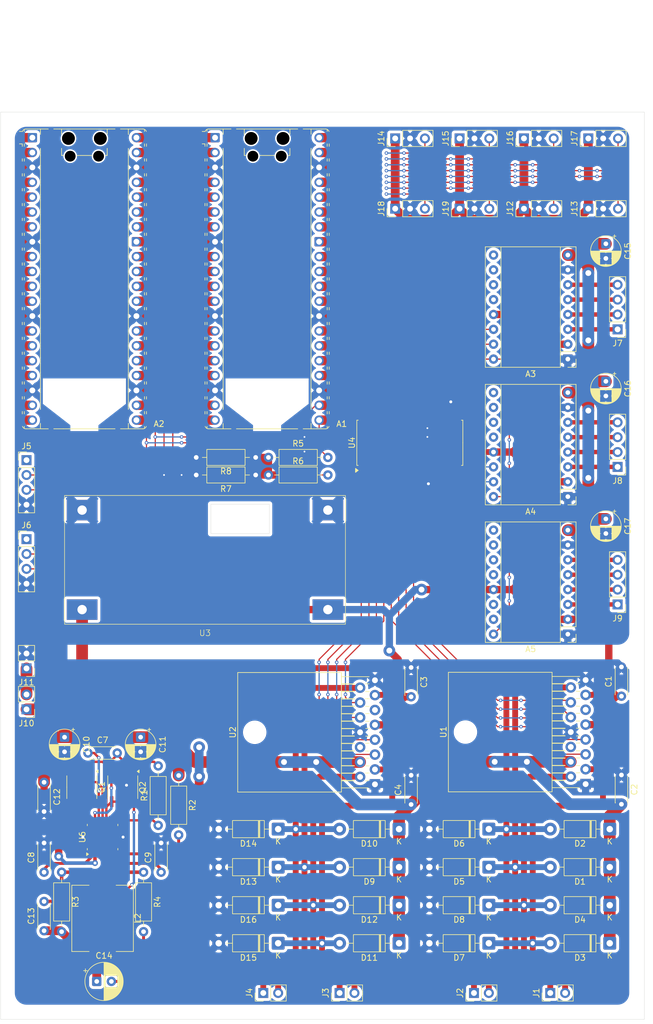
<source format=kicad_pcb>
(kicad_pcb (version 20241229) (generator "pcbnew") (generator_version "9.0")
  (layers (0 "F.Cu" signal) (2 "B.Cu" signal) (13 "F.Paste" user) (15 "B.Paste" user) (5 "F.SilkS" user "F.Silkscreen") (7 "B.SilkS" user "B.Silkscreen") (1 "F.Mask" user) (3 "B.Mask" user) (25 "Edge.Cuts" user))
  (net 0 "")
  (net 3 "I2C 0 SCL")
  (net 4 "Motor 2 Activation Pin")
  (net 5 "GNDPWR")
  (net 7 "Servo 3 PWM")
  (net 8 "Servo 8 PWM")
  (net 10 "Servo 2 PWM")
  (net 13 "+5VL")
  (net 14 "Servo 7 PWM")
  (net 16 "Servo 4 PWM")
  (net 18 "Servo 5 PWM")
  (net 20 "Motor 1 Activation Pin")
  (net 23 "Servo 1 PWM")
  (net 24 "Servo 6 PWM")
  (net 28 "Motor 3 Activation Pin")
  (net 30 "I2C 0 SDA")
  (net 33 "Motor 4 Activation Pin")
  (net 45 "I2C 1 SCL")
  (net 53 "I2C 1 SDA")
  (net 68 "Net-(A3-1A)")
  (net 69 "Net-(A3-1B)")
  (net 70 "Stepper 3 Sleep")
  (net 71 "Net-(A3-2A)")
  (net 72 "Steppers Dir")
  (net 73 "Stepper 3 Step")
  (net 74 "+12V")
  (net 75 "Net-(A3-2B)")
  (net 78 "Net-(A4-1B)")
  (net 80 "Stepper 1 Sleep")
  (net 81 "Net-(A4-2A)")
  (net 82 "Net-(A4-1A)")
  (net 85 "Net-(A4-2B)")
  (net 86 "Stepper 1 Step")
  (net 89 "Stepper 2 Sleep")
  (net 90 "Net-(A5-1B)")
  (net 91 "Net-(A5-1A)")
  (net 92 "Net-(A5-2A)")
  (net 93 "Stepper 2 Step")
  (net 96 "Net-(A5-2B)")
  (net 97 "Net-(U6-SW)")
  (net 98 "Net-(U6-BST)")
  (net 99 "Net-(U6-VCC)")
  (net 100 "Net-(U6-SS)")
  (net 101 "Net-(U6-FB)")
  (net 102 "+5VP")
  (net 103 "Net-(C14-Pad2)")
  (net 104 "Net-(D1-A)")
  (net 105 "Net-(D2-A)")
  (net 106 "Net-(D3-A)")
  (net 107 "Net-(D4-A)")
  (net 108 "Net-(D13-K)")
  (net 109 "Net-(D10-A)")
  (net 110 "Net-(D11-A)")
  (net 111 "Net-(D12-A)")
  (net 112 "Net-(J10-Pin_2)")
  (net 113 "Net-(Q1-G)")
  (net 114 "Net-(Q2-G)")
  (net 115 "Net-(U6-ILIM)")
  (net 116 "Net-(U6-RON)")
  (net 117 "Motor 1 Direction Pin 2")
  (net 118 "Motor 1 Direction Pin 1")
  (net 119 "Motor 2 Direction Pin 2")
  (net 120 "Motor 2 Direction Pin 1")
  (net 121 "Motor 4 Direction Pin 2")
  (net 122 "Motor 3 Direction Pin 1")
  (net 123 "Motor 3 Direction Pin 2")
  (net 124 "Motor 4 Direction Pin 1")
  (footprint "Connector_PinHeader_2.54mm:PinHeader_1x02_P2.54mm_Vertical" (layer "F.Cu") (at 235.5 218 90)
    (property "Reference" "J3")
    (property "Value" "Motor 2 Conn")
  )
  (footprint "Inductor_SMD:L_APV_APH1040" (layer "F.Cu") (at 195 205.25 -90)
    (property "Reference" "L2")
    (property "Value" "1.8uH")
  )
  (footprint "Capacitor_THT:C_Disc_D4.3mm_W1.9mm_P5.00mm" (layer "F.Cu") (at 185 197.3625 90)
    (property "Reference" "C8")
    (property "Value" "2.2uF")
  )
  (footprint "Module:Pololu_Breakout-16_15.2x20.3mm" (layer "F.Cu") (at 274.5 109.7 180)
    (property "Reference" "A3")
    (property "Value" "Pololu_Breakout_A4988")
  )
  (footprint "Package_SO:SOIC-8_3.9x4.9mm_P1.27mm" (layer "F.Cu") (at 198.45 182.8375 -90)
    (property "Reference" "Q2")
    (property "Value" "IRF8714PBF")
  )
  (footprint "Resistor_THT:R_Axial_DIN0207_L6.3mm_D2.5mm_P10.16mm_Horizontal" (layer "F.Cu") (at 208 180.84 -90)
    (property "Reference" "R2")
    (property "Value" "82.5kΩ")
  )
  (footprint "Diode_THT:D_DO-41_SOD81_P10.16mm_Horizontal" (layer "F.Cu") (at 281.66 209.5 180)
    (property "Reference" "D3")
    (property "Value" "1N4007")
  )
  (footprint "Connector_PinHeader_2.54mm:PinHeader_1x03_P2.54mm_Vertical" (layer "F.Cu") (at 267 84 90)
    (property "Reference" "J12")
    (property "Value" "Servo 4 Conn")
  )
  (footprint "Diode_THT:D_DO-41_SOD81_P10.16mm_Horizontal" (layer "F.Cu") (at 261 196.5 180)
    (property "Reference" "D5")
    (property "Value" "1N4007")
  )
  (footprint "Connector_PinHeader_2.54mm:PinHeader_1x04_P2.54mm_Vertical" (layer "F.Cu") (at 283 151.62 180)
    (property "Reference" "J9")
    (property "Value" "Stepper 3 Conn")
  )
  (footprint "Diode_THT:D_DO-41_SOD81_P10.16mm_Horizontal" (layer "F.Cu") (at 225 209.5 180)
    (property "Reference" "D15")
    (property "Value" "1N4007")
  )
  (footprint "Connector_PinHeader_2.54mm:PinHeader_1x04_P2.54mm_Vertical" (layer "F.Cu") (at 182 140.46)
    (property "Reference" "J6")
    (property "Value" "I2C 1 Conn")
  )
  (footprint "Module:RaspberryPi_Pico_Common_Unspecified" (layer "F.Cu") (at 191.89 96)
    (property "Reference" "A2")
    (property "Value" "RaspberryPi_Pico_W")
  )
  (footprint "Connector_PinHeader_2.54mm:PinHeader_1x03_P2.54mm_Vertical" (layer "F.Cu") (at 278 84 90)
    (property "Reference" "J13")
    (property "Value" "Servo 1 Conn")
  )
  (footprint "Capacitor_THT:C_Disc_D4.3mm_W1.9mm_P5.00mm" (layer "F.Cu") (at 185 207.3625 90)
    (property "Reference" "C13")
    (property "Value" "120pF")
  )
  (footprint "Package_SO:HTSSOP-14-1EP_4.4x5mm_P0.65mm_EP3.4x5mm_Mask3x3.1mm" (layer "F.Cu") (at 195 191.3625 90)
    (property "Reference" "U6")
    (property "Value" "LM3150MH")
  )
  (footprint "Module:Pololu_Breakout-16_15.2x20.3mm" (layer "F.Cu") (at 274.5 133.2 180)
    (property "Reference" "A4")
    (property "Value" "Pololu_Breakout_A4988")
  )
  (footprint "Connector_PinHeader_2.54mm:PinHeader_1x03_P2.54mm_Vertical" (layer "F.Cu") (at 245 72 90)
    (property "Reference" "J14")
    (property "Value" "Servo 2 Conn")
  )
  (footprint "Connector_PinHeader_2.54mm:PinHeader_1x02_P2.54mm_Vertical" (layer "F.Cu") (at 258.46 218 90)
    (property "Reference" "J2")
    (property "Value" "Motor 1 Conn")
  )
  (footprint "Connector_PinHeader_2.54mm:PinHeader_1x02_P2.54mm_Vertical" (layer "F.Cu") (at 271.5 218 90)
    (property "Reference" "J1")
    (property "Value" "Motor 0 Conn")
  )
  (footprint "Capacitor_THT:C_Disc_D4.3mm_W1.9mm_P5.00mm" (layer "F.Cu") (at 283.66 180.75 -90)
    (property "Reference" "C2")
    (property "Value" "100nF")
  )
  (footprint "Diode_THT:D_DO-41_SOD81_P10.16mm_Horizontal" (layer "F.Cu") (at 261 203 180)
    (property "Reference" "D8")
    (property "Value" "1N4007")
  )
  (footprint "Capacitor_THT:CP_Radial_D5.0mm_P2.50mm" (layer "F.Cu") (at 281 137 -90)
    (property "Reference" "C17")
    (property "Value" "100uF")
  )
  (footprint "Capacitor_THT:CP_Radial_D5.0mm_P2.50mm" (layer "F.Cu") (at 281 113.5 -90)
    (property "Reference" "C16")
    (property "Value" "100uF")
  )
  (footprint "Diode_THT:D_DO-41_SOD81_P10.16mm_Horizontal" (layer "F.Cu") (at 245.66 203 180)
    (property "Reference" "D12")
    (property "Value" "1N4007")
  )
  (footprint "Diode_THT:D_DO-41_SOD81_P10.16mm_Horizontal" (layer "F.Cu") (at 261 209.5 180)
    (property "Reference" "D7")
    (property "Value" "1N4007")
  )
  (footprint "LM2596S-Module:LM2596S-Module" (layer "F.Cu") (at 212.5 144)
    (property "Reference" "U3")
    (property "Value" "~")
    (fp_rect (start 1 -9.5) (end 11 -4.5) (stroke (width 0.05)) (fill no) (layer "Edge.Cuts"))
  )
  (footprint "Diode_THT:D_DO-41_SOD81_P10.16mm_Horizontal" (layer "F.Cu") (at 281.66 190 180)
    (property "Reference" "D2")
    (property "Value" "1N4007")
  )
  (footprint "Package_SO:SOIC-8_3.9x4.9mm_P1.27mm" (layer "F.Cu") (at 191.45 182.8375 -90)
    (property "Reference" "Q1")
    (property "Value" "IRF8714PBF")
  )
  (footprint "Capacitor_THT:CP_Radial_D5.0mm_P2.50mm" (layer "F.Cu") (at 281 90 -90)
    (property "Reference" "C15")
    (property "Value" "100uF")
  )
  (footprint "Connector_PinHeader_2.54mm:PinHeader_1x03_P2.54mm_Vertical" (layer "F.Cu") (at 245 84 90)
    (property "Reference" "J18")
    (property "Value" "Servo 7 Conn")
  )
  (footprint "Connector_PinHeader_2.54mm:PinHeader_1x03_P2.54mm_Vertical" (layer "F.Cu") (at 267 72 90)
    (property "Reference" "J16")
    (property "Value" "Servo 5 Conn")
  )
  (footprint "Capacitor_THT:CP_Radial_D5.0mm_P2.50mm" (layer "F.Cu") (at 201.5 174.294888 -90)
    (property "Reference" "C11")
    (property "Value" "10uF")
  )
  (footprint "Capacitor_THT:C_Disc_D4.3mm_W1.9mm_P5.00mm" (layer "F.Cu") (at 247.72 162.39 -90)
    (property "Reference" "C3")
    (property "Value" "100nF")
  )
  (footprint "Module:RaspberryPi_Pico_Common_Unspecified" (layer "F.Cu") (at 223.11 96)
    (property "Reference" "A1")
    (property "Value" "RaspberryPi_Pico")
  )
  (footprint "Diode_THT:D_DO-41_SOD81_P10.16mm_Horizontal" (layer "F.Cu") (at 245.66 190 180)
    (property "Reference" "D10")
    (property "Value" "1N4007")
  )
  (footprint "Connector_PinHeader_2.54mm:PinHeader_1x03_P2.54mm_Vertical" (layer "F.Cu") (at 256 72 90)
    (property "Reference" "J15")
    (property "Value" "Servo 3 Conn")
  )
  (footprint "Resistor_THT:R_Axial_DIN0207_L6.3mm_D2.5mm_P10.16mm_Horizontal" (layer "F.Cu") (at 223.34 126.5)
    (property "Reference" "R5")
    (property "Value" "4.7kΩ")
  )
  (footprint "Connector_PinHeader_2.54mm:PinHeader_1x02_P2.54mm_Vertical" (layer "F.Cu") (at 182 162.54 180)
    (property "Reference" "J11")
    (property "Value" "BAU")
  )
  (footprint "Diode_THT:D_DO-41_SOD81_P10.16mm_Horizontal" (layer "F.Cu") (at 225 203 180)
    (property "Reference" "D16")
    (property "Value" "1N4007")
  )
  (footprint "Capacitor_THT:C_Disc_D4.3mm_W1.9mm_P5.00mm" (layer "F.Cu") (at 185 182 -90)
    (property "Reference" "C12")
    (property "Value" "100nF")
  )
  (footprint "Capacitor_THT:C_Disc_D4.3mm_W1.9mm_P5.00mm" (layer "F.Cu") (at 283.66 167.2925 90)
    (property "Reference" "C1")
    (property "Value" "100nF")
  )
  (footprint "Package_SO:SOIC-28W_7.5x17.9mm_P1.27mm" (layer "F.Cu") (at 247.5 124 90)
    (property "Reference" "U4")
    (property "Value" "MCP23017_SO")
  )
  (footprint "Diode_THT:D_DO-41_SOD81_P10.16mm_Horizontal" (layer "F.Cu") (at 281.66 203 180)
    (property "Reference" "D4")
    (property "Value" "1N4007")
  )
  (footprint "Module:Pololu_Breakout-16_15.2x20.3mm" (layer "F.Cu") (at 274.5 156.7 180)
    (property "Reference" "A5")
    (property "Value" "Pololu_Breakout_A4988")
  )
  (footprint "Connector_PinHeader_2.54mm:PinHeader_1x03_P2.54mm_Vertical" (layer "F.Cu") (at 278 72 90)
    (property "Reference" "J17")
    (property "Value" "Servo 6 Conn")
  )
  (footprint "Capacitor_THT:C_Disc_D4.3mm_W1.9mm_P5.00mm" (layer "F.Cu") (at 192.5 177)
    (property "Reference" "C7")
    (property "Value" "470nF")
  )
  (footprint "Diode_THT:D_DO-41_SOD81_P10.16mm_Horizontal" (layer "F.Cu") (at 281.66 196.5 180)
    (property "Reference" "D1")
    (property "Value" "1N4007")
  )
  (footprint "Resistor_THT:R_Axial_DIN0207_L6.3mm_D2.5mm_P10.16mm_Horizontal" (layer "F.Cu") (at 223.34 129.5)
    (property "Reference" "R6")
    (property "Value" "4.7kΩ")
  )
  (footprint "Diode_THT:D_DO-41_SOD81_P10.16mm_Horizontal" (layer "F.Cu") (at 245.66 196.5 180)
    (property "Reference" "D9")
    (property "Value" "1N4007")
  )
  (footprint "Resistor_THT:R_Axial_DIN0207_L6.3mm_D2.5mm_P10.16mm_Horizontal" (layer "F.Cu") (at 221.16 129.5 180)
    (property "Reference" "R7")
    (property "Value" "4.7kΩ")
  )
  (footprint "Resistor_THT:R_Axial_DIN0207_L6.3mm_D2.5mm_P10.16mm_Horizontal" (layer "F.Cu") (at 202 197.3625 -90)
    (property "Reference" "R4")
    (property "Value" "10kΩ")
  )
  (footprint "Capacitor_THT:CP_Radial_D6.3mm_P2.50mm" (layer "F.Cu") (at 194 216.0225)
    (property "Reference" "C14")
    (property "Value" "120uF")
  )
  (footprint "Package_TO_SOT_THT:TO-220-15_P2.54x2.54mm_StaggerOdd_Lead5.84mm_TabDown" (layer "F.Cu") (at 277.54 182.31 90)
    (property "Reference" "U1")
    (property "Value" "L298HN")
  )
  (footprint "Capacitor_THT:C_Disc_D4.3mm_W1.9mm_P5.00mm" (layer "F.Cu") (at 247.72 185.7925 90)
    (property "Reference" "C4")
    (property "Value" "100nF")
  )
  (footprint "Resistor_THT:R_Axial_DIN0207_L6.3mm_D2.5mm_P10.16mm_Horizontal" (layer "F.Cu") (at 188 197.3625 -90)
    (property "Reference" "R3")
    (property "Value" "73.2kΩ")
  )
  (footprint "Capacitor_THT:C_Disc_D4.3mm_W1.9mm_P5.00mm" (layer "F.Cu") (at 205 197.3625 90)
    (property "Reference" "C9")
    (property "Value" "15nF")
  )
  (footprint "Connector_PinHeader_2.54mm:PinHeader_1x04_P2.54mm_Vertical" (layer "F.Cu") (at 182 126.96)
    (property "Reference" "J5")
    (property "Value" "I2C 0 Conn")
  )
  (footprint "Diode_THT:D_DO-41_SOD81_P10.16mm_Horizontal" (layer "F.Cu") (at 245.66 209.5 180)
    (property "Reference" "D11")
    (property "Value" "1N4007")
  )
  (footprint "Resistor_THT:R_Axial_DIN0207_L6.3mm_D2.5mm_P10.16mm_Horizontal" (layer "F.Cu") (at 221.16 126.5 180)
    (property "Reference" "R8")
    (property "Value" "4.7kΩ")
  )
  (footprint "Connector_PinHeader_2.54mm:PinHeader_1x03_P2.54mm_Vertical" (layer "F.Cu") (at 256 84 90)
    (property "Reference" "J19")
    (property "Value" "Servo 8 Conn")
  )
  (footprint "Package_TO_SOT_THT:TO-220-15_P2.54x2.54mm_StaggerOdd_Lead5.84mm_TabDown" (layer "F.Cu") (at 241.54 182.35 90)
    (property "Reference" "U2")
    (property "Value" "L298HN")
  )
  (footprint "Diode_THT:D_DO-41_SOD81_P10.16mm_Horizontal" (layer "F.Cu") (at 261 190 180)
    (property "Reference" "D6")
    (property "Value" "1N4007")
  )
  (footprint "Connector_PinHeader_2.54mm:PinHeader_1x04_P2.54mm_Vertical" (layer "F.Cu") (at 283 128.12 180)
    (property "Reference" "J8")
    (property "Value" "Stepper 2 Conn")
  )
  (footprint "Diode_THT:D_DO-41_SOD81_P10.16mm_Horizontal" (layer "F.Cu") (at 225 190 180)
    (property "Reference" "D14")
    (property "Value" "1N4007")
  )
  (footprint "Connector_PinHeader_2.54mm:PinHeader_1x02_P2.54mm_Vertical" (layer "F.Cu") (at 222.46 218 90)
    (property "Reference" "J4")
    (property "Value" "Motor 3 Conn")
  )
  (footprint "Connector_PinHeader_2.54mm:PinHeader_1x04_P2.54mm_Vertical" (layer "F.Cu") (at 283 104.62 180)
    (property "Reference" "J7")
    (property "Value" "Stepper 1 Conn")
  )
  (footprint "Capacitor_THT:CP_Radial_D5.0mm_P2.50mm" (layer "F.Cu") (at 188.5 174.294888 -90)
    (property "Reference" "C10")
    (property "Value" "10uF")
  )
  (footprint "Diode_THT:D_DO-41_SOD81_P10.16mm_Horizontal" (layer "F.Cu") (at 225 196.5 180)
    (property "Reference" "D13")
    (property "Value" "1N4007")
  )
  (footprint "Resistor_THT:R_Axial_DIN0207_L6.3mm_D2.5mm_P10.16mm_Horizontal" (layer "F.Cu") (at 204.5 189.3625 90)
    (property "Reference" "R1")
    (property "Value" "665Ω")
  )
  (footprint "Connector_PinHeader_2.54mm:PinHeader_1x02_P2.54mm_Vertical" (layer "F.Cu") (at 182 169.54 180)
    (property "Reference" "J10")
    (property "Value" "12V Battery")
  )
  (gr_rect (start 177.58 67.5) (end 287.58 222.5) (stroke (width 0.05)) (fill no) (layer "Edge.Cuts"))
  (segment (start 204 131) (end 202.96 132.04) (width 0.2) (layer "F.Cu") (net 3))
  (segment (start 253.215 128.65) (end 253.215 126.58) (width 0.2) (layer "F.Cu") (net 3))
  (segment (start 231.41 117.59) (end 232 117.59) (width 0.2) (layer "F.Cu") (net 3))
  (segment (start 230.5 122) (end 229.5 123) (width 0.2) (layer "F.Cu") (net 3))
  (segment (start 230.5 122) (end 230.5 118.5) (width 0.2) (layer "F.Cu") (net 3))
  (segment (start 229.5 125.5) (end 229.5 128.5) (width 0.2) (layer "F.Cu") (net 3))
  (segment (start 230.5 118.5) (end 231.41 117.59) (width 0.2) (layer "F.Cu") (net 3))
  (segment (start 202.96 132.04) (end 182 132.04) (width 0.2) (layer "F.Cu") (net 3))
  (segment (start 229.5 123) (end 208.5 123) (width 0.2) (layer "F.Cu") (net 3))
  (segment (start 229.5 128.5) (end 230.5 129.5) (width 0.2) (layer "F.Cu") (net 3))
  (segment (start 204 123) (end 204 131) (width 0.2) (layer "F.Cu") (net 3))
  (segment (start 204 123) (end 204 119) (width 0.2) (layer "F.Cu") (net 3))
  (segment (start 204 119) (end 202.59 117.59) (width 0.2) (layer "F.Cu") (net 3))
  (segment (start 230.5 129.5) (end 233.5 129.5) (width 0.2) (layer "F.Cu") (net 3))
  (segment (start 202.59 117.59) (end 200.78 117.59) (width 0.2) (layer "F.Cu") (net 3))
  (via (at 208.5 123) (size 0.6) (drill 0.3) (layers "F.Cu" "B.Cu") (net 3))
  (via (at 204 123) (size 0.6) (drill 0.3) (layers "F.Cu" "B.Cu") (net 3))
  (via (at 229.5 123) (size 0.6) (drill 0.3) (layers "F.Cu" "B.Cu") (net 3))
  (via (at 229.5 125.5) (size 0.6) (drill 0.3) (layers "F.Cu" "B.Cu") (net 3))
  (segment (start 204 123) (end 208.5 123) (width 0.2) (layer "B.Cu") (net 3))
  (segment (start 229.5 125.5) (end 229.5 123) (width 0.2) (layer "B.Cu") (net 3))
  (segment (start 195.65 192.0125) (end 195 191.3625) (width 0.5) (layer "F.Cu") (net 5))
  (segment (start 199.085 180.3625) (end 197.815 180.3625) (width 0.6) (layer "F.Cu") (net 5))
  (segment (start 196.3 190.0625) (end 195 191.3625) (width 0.5) (layer "F.Cu") (net 5))
  (segment (start 195 191.3625) (end 194.3625 191.3625) (width 0.5) (layer "F.Cu") (net 5))
  (segment (start 193.05 190.05) (end 193.05 188.5) (width 0.6) (layer "F.Cu") (net 5))
  (segment (start 254.485 117.015) (end 254.5 117) (width 0.6) (layer "F.Cu") (net 5))
  (segment (start 195 191.3625) (end 191.6375 191.3625) (width 0.6) (layer "F.Cu") (net 5))
  (segment (start 196.3 188.5) (end 196.3 190.0625) (width 0.6) (layer "F.Cu") (net 5))
  (segment (start 200.355 180.3625) (end 199.085 180.3625) (width 0.6) (layer "F.Cu") (net 5))
  (segment (start 250.675 128.65) (end 250.675 131) (width 1) (layer "F.Cu") (net 5))
  (segment (start 195.65 194.225) (end 195.65 192.0125) (width 0.6) (layer "F.Cu") (net 5))
  (segment (start 254.485 119.35) (end 253.215 119.35) (width 0.6) (layer "F.Cu") (net 5))
  (segment (start 255.755 119.35) (end 254.485 119.35) (width 0.6) (layer "F.Cu") (net 5))
  (segment (start 195 191.3625) (end 198.5 191.3625) (width 0.6) (layer "F.Cu") (net 5))
  (segment (start 194.3625 191.3625) (end 193.05 190.05) (width 0.5) (layer "F.Cu") (net 5))
  (segment (start 254.485 119.35) (end 254.485 117.015) (width 0.6) (layer "F.Cu") (net 5))
  (segment (start 199.085 182.5) (end 199.085 180.3625) (width 0.6) (layer "F.Cu") (net 5))
  (via (at 198.5 191.3625) (size 1) (drill 0.5) (layers "F.Cu" "B.Cu") (net 5))
  (via (at 191.6375 191.3625) (size 1) (drill 0.5) (layers "F.Cu" "B.Cu") (net 5))
  (via (at 199.085 182.5) (size 1) (drill 0.5) (layers "F.Cu" "B.Cu") (net 5))
  (via (at 254.5 117) (size 1) (drill 0.5) (layers "F.Cu" "B.Cu") (net 5))
  (via (at 250.675 131) (size 1) (drill 0.5) (layers "F.Cu" "B.Cu") (net 5))
  (segment (start 260.08 75.5) (end 257.5 75.5) (width 0.2) (layer "F.Cu") (net 7))
  (segment (start 261.08 72) (end 261.08 74.5) (width 0.2) (layer "F.Cu") (net 7))
  (segment (start 261.08 74.5) (end 260.08 75.5) (width 0.2) (layer "F.Cu") (net 7))
  (segment (start 254.5 75.5) (end 246.5 75.5) (width 0.2) (layer "F.Cu") (net 7))
  (via (at 254.5 75.5) (size 0.6) (drill 0.3) (layers "F.Cu" "B.Cu") (net 7))
  (via (at 243.5 75.5) (size 0.6) (drill 0.3) (layers "F.Cu" "B.Cu") (net 7))
  (via (at 257.5 75.5) (size 0.6) (drill 0.3) (layers "F.Cu" "B.Cu") (net 7))
  (via (at 246.5 75.5) (size 0.6) (drill 0.3) (layers "F.Cu" "B.Cu") (net 7))
  (segment (start 246.5 75.5) (end 243.5 75.5) (width 0.2) (layer "B.Cu") (net 7))
  (segment (start 257.5 75.5) (end 254.5 75.5) (width 0.2) (layer "B.Cu") (net 7))
  (segment (start 260.08 80.5) (end 257.5 80.5) (width 0.2) (layer "F.Cu") (net 8))
  (segment (start 261.08 84) (end 261.08 81.5) (width 0.2) (layer "F.Cu") (net 8))
  (segment (start 261.08 81.5) (end 260.08 80.5) (width 0.2) (layer "F.Cu") (net 8))
  (segment (start 254.5 80.5) (end 246.5 80.5) (width 0.2) (layer "F.Cu") (net 8))
  (via (at 246.5 80.5) (size 0.6) (drill 0.3) (layers "F.Cu" "B.Cu") (net 8))
  (via (at 257.5 80.5) (size 0.6) (drill 0.3) (layers "F.Cu" "B.Cu") (net 8))
  (via (at 243.5 80.5) (size 0.6) (drill 0.3) (layers "F.Cu" "B.Cu") (net 8))
  (via (at 254.5 80.5) (size 0.6) (drill 0.3) (layers "F.Cu" "B.Cu") (net 8))
  (segment (start 257.5 80.5) (end 254.5 80.5) (width 0.2) (layer "B.Cu") (net 8))
  (segment (start 246.5 80.5) (end 243.5 80.5) (width 0.2) (layer "B.Cu") (net 8))
  (segment (start 250.08 72) (end 250.08 73.5) (width 0.2) (layer "F.Cu") (net 10))
  (segment (start 250.08 73.5) (end 249.08 74.5) (width 0.2) (layer "F.Cu") (net 10))
  (segment (start 249.08 74.5) (end 246.5 74.5) (width 0.2) (layer "F.Cu") (net 10))
  (via (at 243.5 74.5) (size 0.6) (drill 0.3) (layers "F.Cu" "B.Cu") (net 10))
  (via (at 246.5 74.5) (size 0.6) (drill 0.3) (layers "F.Cu" "B.Cu") (net 10))
  (segment (start 246.5 74.5) (end 243.5 74.5) (width 0.2) (layer "B.Cu") (net 10))
  (segment (start 280.2 172.15) (end 281.5 170.85) (width 1.25) (layer "F.Cu") (net 13))
  (segment (start 221.16 126.5) (end 223.34 126.5) (width 1.25) (layer "F.Cu") (net 13))
  (segment (start 227 130.5) (end 227 151.5) (width 1.25) (layer "F.Cu") (net 13))
  (segment (start 246.61 167.39) (end 247.72 167.39) (width 1.25) (layer "F.Cu") (net 13))
  (segment (start 281.5 168.585) (end 282.7925 167.2925) (width 1.25) (layer "F.Cu") (net 13))
  (segment (start 221.16 127.32) (end 223.34 129.5) (width 1.25) (layer "F.Cu") (net 13))
  (segment (start 265.08 149.08) (end 270.16 144) (width 1.25) (layer "F.Cu") (net 13))
  (segment (start 274.5 130.66) (end 270.16 130.66) (width 1.25) (layer "F.Cu") (net 13))
  (segment (start 270.16 154.16) (end 265.08 149.08) (width 1.25) (layer "F.Cu") (net 13))
  (segment (start 227 151.5) (end 228 152.5) (width 1.25) (layer "F.Cu") (net 13))
  (segment (start 246.61 167.39) (end 245.5 166.28) (width 1.25) (layer "F.Cu") (net 13))
  (segment (start 251.945 119.35) (end 251.945 125.58) (width 1) (layer "F.Cu") (net 13))
  (segment (start 261.8 102.08) (end 265.08 102.08) (width 1.25) (layer "F.Cu") (net 13))
  (segment (start 221.16 129.5) (end 221.16 128.68) (width 1.25) (layer "F.Cu") (net 13))
  (segment (start 250.515 125.58) (end 249.405 126.69) (width 1) (layer "F.Cu") (net 13))
  (segment (start 270.16 120.5) (end 265.08 125.58) (width 1.25) (layer "F.Cu") (net 13))
  (segment (start 270.16 130.66) (end 265.08 125.58) (width 1.25) (layer "F.Cu") (net 13))
  (segment (start 252 125.58) (end 250.515 125.58) (width 1) (layer "F.Cu") (net 13))
  (segment (start 265.08 149.08) (end 261.8 149.08) (width 1.25) (layer "F.Cu") (net 13))
  (segment (start 241.54 172.19) (end 243.81 172.19) (width 1.25) (layer "F.Cu") (net 13))
  (segment (start 274.5 154.16) (end 280.16 154.16) (width 1.25) (layer "F.Cu") (net 13))
  (segment (start 226 129.5) (end 227 130.5) (width 1.25) (layer "F.Cu") (net 13))
  (segment (start 270.16 130.66) (end 270.16 144) (width 1.25) (layer "F.Cu") (net 13))
  (segment (start 221.16 129.5) (end 223.34 129.5) (width 1.25) (layer "F.Cu") (net 13))
  (segment (start 221.16 126.5) (end 221.16 127.32) (width 1.25) (layer "F.Cu") (net 13))
  (segment (start 243.81 172.19) (end 245.5 170.5) (width 1.25) (layer "F.Cu") (net 13))
  (segment (start 261.8 125.58) (end 252 125.58) (width 1) (layer "F.Cu") (net 13))
  (segment (start 245.5 168.5) (end 246.61 167.39) (width 1.25) (layer "F.Cu") (net 13))
  (segment (start 265.08 125.58) (end 261.8 125.58) (width 1.25) (layer "F.Cu") (net 13))
  (segment (start 280.16 154.16) (end 281.5 155.5) (width 1.25) (layer "F.Cu") (net 13))
  (segment (start 270.16 107.16) (end 270.16 120.5) (width 1.25) (layer "F.Cu") (net 13))
  (segment (start 223.34 129.5) (end 226 129.5) (width 1.25) (layer "F.Cu") (net 13))
  (segment (start 270.16 107.16) (end 274.5 107.16) (width 1.25) (layer "F.Cu") (net 13))
  (segment (start 245.5 161) (end 244 159.5) (width 1.25) (layer "F.Cu") (net 13))
  (segment (start 228 152.5) (end 233.5 152.5) (width 1.25) (layer "F.Cu") (net 13))
  (segment (start 245.5 166.28) (end 245.5 161) (width 1.25) (layer "F.Cu") (net 13))
  (segment (start 261.8 149.08) (end 249.5 149.08) (width 1.25) (layer "F.Cu") (net 13))
  (segment (start 249.405 126.69) (end 249.405 128.65) (width 1) (layer "F.Cu") (net 13))
  (segment (start 281.5 166) (end 282.7925 167.2925) (width 1.25) (layer "F.Cu") (net 13))
  (segment (start 245.5 170.5) (end 245.5 168.5) (width 1.25) (layer "F.Cu") (net 13))
  (segment (start 223.34 126.5) (end 223.34 129.5) (width 1.25) (layer "F.Cu") (net 13))
  (segment (start 274.5 154.16) (end 270.16 154.16) (width 1.25) (layer "F.Cu") (net 13))
  (segment (start 277.54 172.15) (end 280.2 172.15) (width 1.25) (layer "F.Cu") (net 13))
  (segment (start 281.5 155.5) (end 281.5 166) (width 1.25) (layer "F.Cu") (net 13))
  (segment (start 221.16 128.68) (end 223.34 126.5) (width 1.25) (layer "F.Cu") (net 13))
  (segment (start 281.5 170.85) (end 281.5 168.585) (width 1.25) (layer "F.Cu") (net 13))
  (segment (start 282.7925 167.2925) (end 283.66 167.2925) (width 1.25) (layer "F.Cu") (net 13))
  (segment (start 221.16 126.5) (end 221.16 129.5) (width 1.25) (layer "F.Cu") (net 13))
  (segment (start 265.08 102.08) (end 270.16 107.16) (width 1.25) (layer "F.Cu") (net 13))
  (via (at 244 159.5) (size 2) (drill 1) (layers "F.Cu" "B.Cu") (net 13))
  (via (at 249.5 149.08) (size 2) (drill 1) (layers "F.Cu" "B.Cu") (net 13))
  (segment (start 244 153.5) (end 248.42 149.08) (width 1.25) (layer "B.Cu") (net 13))
  (segment (start 248.42 149.08) (end 249.5 149.08) (width 1.25) (layer "B.Cu") (net 13))
  (segment (start 243 152.5) (end 233.5 152.5) (width 1.25) (layer "B.Cu") (net 13))
  (segment (start 244 159.5) (end 244 153.5) (width 1.25) (layer "B.Cu") (net 13))
  (segment (start 244 153.5) (end 243 152.5) (width 1.25) (layer "B.Cu") (net 13))
  (segment (start 250.08 82.5) (end 249.08 81.5) (width 0.2) (layer "F.Cu") (net 14))
  (segment (start 250.08 84) (end 250.08 82.5) (width 0.2) (layer "F.Cu") (net 14))
  (segment (start 249.08 81.5) (end 246.5 81.5) (width 0.2) (layer "F.Cu") (net 14))
  (via (at 246.5 81.5) (size 0.6) (drill 0.3) (layers "F.Cu" "B.Cu") (net 14))
  (via (at 243.5 81.5) (size 0.6) (drill 0.3) (layers "F.Cu" "B.Cu") (net 14))
  (segment (start 246.5 81.5) (end 243.5 81.5) (width 0.2) (layer "B.Cu") (net 14))
  (segment (start 271.08 79.5) (end 268.5 79.5) (width 0.2) (layer "F.Cu") (net 16))
  (segment (start 265.5 79.5) (end 257.5 79.5) (width 0.2) (layer "F.Cu") (net 16))
  (segment (start 272.08 80.5) (end 271.08 79.5) (width 0.2) (layer "F.Cu") (net 16))
  (segment (start 254.5 79.5) (end 246.5 79.5) (width 0.2) (layer "F.Cu") (net 16))
  (segment (start 272.08 84) (end 272.08 80.5) (width 0.2) (layer "F.Cu") (net 16))
  (via (at 246.5 79.5) (size 0.6) (drill 0.3) (layers "F.Cu" "B.Cu") (net 16))
  (via (at 257.5 79.5) (size 0.6) (drill 0.3) (layers "F.Cu" "B.Cu") (net 16))
  (via (at 254.5 79.5) (size 0.6) (drill 0.3) (layers "F.Cu" "B.Cu") (net 16))
  (via (at 243.5 79.5) (size 0.6) (drill 0.3) (layers "F.Cu" "B.Cu") (net 16))
  (via (at 265.5 79.5) (size 0.6) (drill 0.3) (layers "F.Cu" "B.Cu") (net 16))
  (via (at 268.5 79.5) (size 0.6) (drill 0.3) (layers "F.Cu" "B.Cu") (net 16))
  (segment (start 246.5 79.5) (end 243.5 79.5) (width 0.2) (layer "B.Cu") (net 16))
  (segment (start 268.5 79.5) (end 265.5 79.5) (width 0.2) (layer "B.Cu") (net 16))
  (segment (start 257.5 79.5) (end 254.5 79.5) (width 0.2) (layer "B.Cu") (net 16))
  (segment (start 265.5 76.5) (end 257.5 76.5) (width 0.2) (layer "F.Cu") (net 18))
  (segment (start 272.08 72) (end 272.08 75.5) (width 0.2) (layer "F.Cu") (net 18))
  (segment (start 271.08 76.5) (end 268.5 76.5) (width 0.2) (layer "F.Cu") (net 18))
  (segment (start 272.08 75.5) (end 271.08 76.5) (width 0.2) (layer "F.Cu") (net 18))
  (segment (start 254.5 76.5) (end 246.5 76.5) (width 0.2) (layer "F.Cu") (net 18))
  (via (at 254.5 76.5) (size 0.6) (drill 0.3) (layers "F.Cu" "B.Cu") (net 18))
  (via (at 268.5 76.5) (size 0.6) (drill 0.3) (layers "F.Cu" "B.Cu") (net 18))
  (via (at 257.5 76.5) (size 0.6) (drill 0.3) (layers "F.Cu" "B.Cu") (net 18))
  (via (at 243.5 76.5) (size 0.6) (drill 0.3) (layers "F.Cu" "B.Cu") (net 18))
  (via (at 265.5 76.5) (size 0.6) (drill 0.3) (layers "F.Cu" "B.Cu") (net 18))
  (via (at 246.5 76.5) (size 0.6) (drill 0.3) (layers "F.Cu" "B.Cu") (net 18))
  (segment (start 246.5 76.5) (end 243.5 76.5) (width 0.2) (layer "B.Cu") (net 18))
  (segment (start 268.5 76.5) (end 265.5 76.5) (width 0.2) (layer "B.Cu") (net 18))
  (segment (start 257.5 76.5) (end 254.5 76.5) (width 0.2) (layer "B.Cu") (net 18))
  (segment (start 282 78.5) (end 279.5 78.5) (width 0.2) (layer "F.Cu") (net 23))
  (segment (start 276.5 78.5) (end 268.5 78.5) (width 0.2) (layer "F.Cu") (net 23))
  (segment (start 265.5 78.5) (end 257.5 78.5) (width 0.2) (layer "F.Cu") (net 23))
  (segment (start 254.5 78.5) (end 246.5 78.5) (width 0.2) (layer "F.Cu") (net 23))
  (segment (start 283.08 79.58) (end 282 78.5) (width 0.2) (layer "F.Cu") (net 23))
  (segment (start 283.08 84) (end 283.08 79.58) (width 0.2) (layer "F.Cu") (net 23))
  (via (at 257.5 78.5) (size 0.6) (drill 0.3) (layers "F.Cu" "B.Cu") (net 23))
  (via (at 254.5 78.5) (size 0.6) (drill 0.3) (layers "F.Cu" "B.Cu") (net 23))
  (via (at 265.5 78.5) (size 0.6) (drill 0.3) (layers "F.Cu" "B.Cu") (net 23))
  (via (at 279.5 78.5) (size 0.6) (drill 0.3) (layers "F.Cu" "B.Cu") (net 23))
  (via (at 276.5 78.5) (size 0.6) (drill 0.3) (layers "F.Cu" "B.Cu") (net 23))
  (via (at 268.5 78.5) (size 0.6) (drill 0.3) (layers "F.Cu" "B.Cu") (net 23))
  (via (at 243.5 78.5) (size 0.6) (drill 0.3) (layers "F.Cu" "B.Cu") (net 23))
  (via (at 246.5 78.5) (size 0.6) (drill 0.3) (layers "F.Cu" "B.Cu") (net 23))
  (segment (start 268.5 78.5) (end 265.5 78.5) (width 0.2) (layer "B.Cu") (net 23))
  (segment (start 246.5 78.5) (end 243.5 78.5) (width 0.2) (layer "B.Cu") (net 23))
  (segment (start 279.5 78.5) (end 276.5 78.5) (width 0.2) (layer "B.Cu") (net 23))
  (segment (start 257.5 78.5) (end 254.5 78.5) (width 0.2) (layer "B.Cu") (net 23))
  (segment (start 283.08 72) (end 283.08 76.5) (width 0.2) (layer "F.Cu") (net 24))
  (segment (start 257.5 77.5) (end 258 77.5) (width 0.2) (layer "F.Cu") (net 24))
  (segment (start 282.08 77.5) (end 279.5 77.5) (width 0.2) (layer "F.Cu") (net 24))
  (segment (start 276.5 77.5) (end 268.5 77.5) (width 0.2) (layer "F.Cu") (net 24))
  (segment (start 265.5 77.5) (end 257.5 77.5) (width 0.2) (layer "F.Cu") (net 24))
  (segment (start 254.5 77.5) (end 246.5 77.5) (width 0.2) (layer "F.Cu") (net 24))
  (segment (start 283.08 76.5) (end 282.08 77.5) (width 0.2) (layer "F.Cu") (net 24))
  (via (at 268.5 77.5) (size 0.6) (drill 0.3) (layers "F.Cu" "B.Cu") (net 24))
  (via (at 276.5 77.5) (size 0.6) (drill 0.3) (layers "F.Cu" "B.Cu") (net 24))
  (via (at 279.5 77.5) (size 0.6) (drill 0.3) (layers "F.Cu" "B.Cu") (net 24))
  (via (at 243.5 77.5) (size 0.6) (drill 0.3) (layers "F.Cu" "B.Cu") (net 24))
  (via (at 257.5 77.5) (size 0.6) (drill 0.3) (layers "F.Cu" "B.Cu") (net 24))
  (via (at 254.5 77.5) (size 0.6) (drill 0.3) (layers "F.Cu" "B.Cu") (net 24))
  (via (at 265.5 77.5) (size 0.6) (drill 0.3) (layers "F.Cu" "B.Cu") (net 24))
  (via (at 246.5 77.5) (size 0.6) (drill 0.3) (layers "F.Cu" "B.Cu") (net 24))
  (segment (start 246.5 77.5) (end 243.5 77.5) (width 0.2) (layer "B.Cu") (net 24))
  (segment (start 257.5 77.5) (end 254.5 77.5) (width 0.2) (layer "B.Cu") (net 24))
  (segment (start 279.5 77.5) (end 276.5 77.5) (width 0.2) (layer "B.Cu") (net 24))
  (segment (start 268.5 77.5) (end 265.5 77.5) (width 0.2) (layer "B.Cu") (net 24))
  (segment (start 202.5 128.5) (end 201.5 129.5) (width 0.2) (layer "F.Cu") (net 30))
  (segment (start 254.485 128.65) (end 254.485 126.58) (width 0.2) (layer "F.Cu") (net 30))
  (segment (start 201.5 129.5) (end 182 129.5) (width 0.2) (layer "F.Cu") (net 30))
  (segment (start 208.5 124) (end 231 124) (width 0.2) (layer "F.Cu") (net 30))
  (segment (start 232 123) (end 232 120.13) (width 0.2) (layer "F.Cu") (net 30))
  (segment (start 233.5 126.5) (end 231 124) (width 0.2) (layer "F.Cu") (net 30))
  (segment (start 202.5 120.13) (end 201.58 120.13) (width 0.2) (layer "F.Cu") (net 30))
  (segment (start 202.5 124) (end 202.5 120.13) (width 0.2) (layer "F.Cu") (net 30))
  (segment (start 231 124) (end 232 123) (width 0.2) (layer "F.Cu") (net 30))
  (segment (start 202.5 124) (end 202.5 128.5) (width 0.2) (layer "F.Cu") (net 30))
  (segment (start 200.5 120.41) (end 200.78 120.13) (width 0.2) (layer "F.Cu") (net 30))
  (via (at 208.5 124) (size 0.6) (drill 0.3) (layers "F.Cu" "B.Cu") (net 30))
  (via (at 202.5 124) (size 0.6) (drill 0.3) (layers "F.Cu" "B.Cu") (net 30))
  (segment (start 202.5 124) (end 208.5 124) (width 0.2) (layer "B.Cu") (net 30))
  (segment (start 207 111) (end 205.97 109.97) (width 0.2) (layer "F.Cu") (net 45))
  (segment (start 205.96 145.54) (end 207 144.5) (width 0.2) (layer "F.Cu") (net 45))
  (segment (start 207 144.5) (end 207 126.5) (width 0.2) (layer "F.Cu") (net 45))
  (segment (start 182 145.54) (end 205.96 145.54) (width 0.2) (layer "F.Cu") (net 45))
  (segment (start 207 126.5) (end 207 111) (width 0.2) (layer "F.Cu") (net 45))
  (segment (start 211 126.5) (end 207 126.5) (width 0.2) (layer "F.Cu") (net 45))
  (segment (start 205.97 109.97) (end 200.78 109.97) (width 0.2) (layer "F.Cu") (net 45))
  (segment (start 204.5 143) (end 205.5 142) (width 0.2) (layer "F.Cu") (net 53))
  (segment (start 205.5 113.5) (end 204.51 112.51) (width 0.2) (layer "F.Cu") (net 53))
  (segment (start 205.5 142) (end 205.5 129.5) (width 0.2) (layer "F.Cu") (net 53))
  (segment (start 204.51 112.51) (end 200.78 112.51) (width 0.2) (layer "F.Cu") (net 53))
  (segment (start 211 129.5) (end 208.5 129.5) (width 0.2) (layer "F.Cu") (net 53))
  (segment (start 182 143) (end 204.5 143) (width 0.2) (layer "F.Cu") (net 53))
  (segment (start 205.5 129.5) (end 205.5 113.5) (width 0.2) (layer "F.Cu") (net 53))
  (via (at 205.5 129.5) (size 0.6) (drill 0.3) (layers "F.Cu" "B.Cu") (net 53))
  (via (at 208.5 129.5) (size 0.6) (drill 0.3) (layers "F.Cu" "B.Cu") (net 53))
  (segment (start 208.5 129.5) (end 205.5 129.5) (width 0.2) (layer "B.Cu") (net 53))
  (segment (start 274.34 102.08) (end 283 102.08) (width 0.75) (layer "F.Cu") (net 68))
  (segment (start 283 104.62) (end 274.34 104.62) (width 0.75) (layer "F.Cu") (net 69))
  (segment (start 283 99.54) (end 274.34 99.54) (width 0.75) (layer "F.Cu") (net 71))
  (segment (start 263.2 109.7) (end 264.5 111) (width 0.2) (layer "F.Cu") (net 72))
  (segment (start 264.5 134.4) (end 264.5 147) (width 0.2) (layer "F.Cu") (net 72))
  (segment (start 248.135 119.35) (end 248.135 115.865) (width 0.2) (layer "F.Cu") (net 72))
  (segment (start 261.8 109.7) (end 263.2 109.7) (width 0.2) (layer "F.Cu") (net 72))
  (segment (start 264.5 132) (end 264.5 127.5) (width 0.2) (layer "F.Cu") (net 72))
  (segment (start 263.3 133.2) (end 264.5 134.4) (width 0.2) (layer "F.Cu") (net 72))
  (segment (start 254.3 109.7) (end 261.8 109.7) (width 0.2) (layer "F.Cu") (net 72))
  (segment (start 261.8 156.7) (end 264.5 154) (width 0.2) (layer "F.Cu") (net 72))
  (segment (start 264.5 154) (end 264.5 151) (width 0.2) (layer "F.Cu") (net 72))
  (segment (start 248.135 115.865) (end 254.3 109.7) (width 0.2) (layer "F.Cu") (net 72))
  (segment (start 261.8 133.2) (end 263.3 133.2) (width 0.2) (layer "F.Cu") (net 72))
  (segment (start 264.5 111) (end 264.5 123.5) (width 0.2) (layer "F.Cu") (net 72))
  (segment (start 263.3 133.2) (end 264.5 132) (width 0.2) (layer "F.Cu") (net 72))
  (via (at 264.5 147) (size 0.6) (drill 0.3) (layers "F.Cu" "B.Cu") (net 72))
  (via (at 264.5 123.5) (size 0.6) (drill 0.3) (layers "F.Cu" "B.Cu") (net 72))
  (via (at 264.5 127.5) (size 0.6) (drill 0.3) (layers "F.Cu" "B.Cu") (net 72))
  (via (at 264.5 151) (size 0.6) (drill 0.3) (layers "F.Cu" "B.Cu") (net 72))
  (segment (start 264.5 127.5) (end 264.5 123.5) (width 0.2) (layer "B.Cu") (net 72))
  (segment (start 264.5 151) (end 264.5 147) (width 0.2) (layer "B.Cu") (net 72))
  (segment (start 188.5 169.54) (end 188.5 174.294888) (width 2) (layer "F.Cu") (net 74))
  (segment (start 208 175.705112) (end 208 180.84) (width 2) (layer "F.Cu") (net 74))
  (segment (start 262 178.5) (end 255.0125 178.5) (width 2) (layer "F.Cu") (net 74))
  (segment (start 245.66 190) (end 245.66 187.8525) (width 2) (layer "F.Cu") (net 74))
  (segment (start 186.205112 174.294888) (end 185 175.5) (width 2) (layer "F.Cu") (net 74))
  (segment (start 276.08 115.42) (end 278 117.34) (width 2) (layer "F.Cu") (net 74))
  (segment (start 281 90) (end 278 90) (width 2) (layer "F.Cu") (net 74))
  (segment (start 276.08 91.92) (end 278 93.84) (width 2) (layer "F.Cu") (net 74))
  (segment (start 278 113.5) (end 276.08 115.42) (width 2) (layer "F.Cu") (net 74))
  (segment (start 281.66 203) (end 281.66 196.5) (width 2) (layer "F.Cu") (net 74))
  (segment (start 191.5 166.54) (end 191.5 152.5) (width 2) (layer "F.Cu") (net 74))
  (segment (start 278 137) (end 278 130) (width 2) (layer "F.Cu") (net 74))
  (segment (start 188.5 174.294888) (end 186.205112 174.294888) (width 2) (layer "F.Cu") (net 74))
  (segment (start 245.66 203) (end 245.66 196.5) (width 2) (layer "F.Cu") (net 74))
  (segment (start 185 175.5) (end 185 182) (width 2) (layer "F.Cu") (net 74))
  (segment (start 193.7 194.225) (end 193.7 195.8) (width 0.6) (layer "F.Cu") (net 74))
  (segment (start 239 178.54) (end 231.5 178.54) (width 2) (layer "F.Cu") (net 74))
  (segment (start 281.66 196.5) (end 281.66 190) (width 2) (layer "F.Cu") (net 74))
  (segment (start 278 93.84) (end 278 95) (width 2) (layer "F.Cu") (net 74))
  (segment (start 201.5 174.294888) (end 206.589776 174.294888) (width 2) (layer "F.Cu") (net 74))
  (segment (start 278 117.34) (end 278 118.5) (width 2) (layer "F.Cu") (net 74))
  (segment (start 189.545 185.3125) (end 185.8125 185.3125) (width 1.25) (layer "F.Cu") (net 74))
  (segment (start 281.66 187.75) (end 283.66 185.75) (width 2) (layer "F.Cu") (net 74))
  (segment (start 192.085 185.3125) (end 190.815 185.3125) (width 1.25) (layer "F.Cu") (net 74))
  (segment (start 188.5 169.54) (end 191.5 166.54) (width 2) (layer "F.Cu") (net 74))
  (segment (start 281 113.5) (end 278 113.5) (width 2) (layer "F.Cu") (net 74))
  (segment (start 193.355 185.3125) (end 192.085 185.3125) (width 1.25) (layer "F.Cu") (net 74))
  (segment (start 276.08 91.92) (end 274.5 91.92) (width 2) (layer "F.Cu") (net 74))
  (segment (start 188.5 174.294888) (end 201.5 174.294888) (width 2) (layer "F.Cu") (net 74))
  (segment (start 206.589776 174.294888) (end 208 175.705112) (width 2) (layer "F.Cu") (net 74))
  (segment (start 187.5 187) (end 185.8125 185.3125) (width 1.25) (layer "F.Cu") (net 74))
  (segment (start 185.8125 185.3125) (end 185 184.5) (width 1.25) (layer "F.Cu") (net 74))
  (segment (start 278 137) (end 276.08 138.92) (width 2) (layer "F.Cu") (net 74))
  (segment (start 278 90) (end 276.08 91.92) (width 2) (layer "F.Cu") (net 74))
  (segment (start 208 175.705112) (end 210.834888 178.54) (width 2) (layer "F.Cu") (net 74))
  (segment (start 276.08 138.92) (end 274.5 138.92) (width 2) (layer "F.Cu") (net 74))
  (segment (start 281.66 190) (end 281.66 187.75) (width 2) (layer "F.Cu") (net 74))
  (segment (start 185 184.5) (end 185 182) (width 1.25) (layer "F.Cu") (net 74))
  (segment (start 281 137) (end 278 137) (width 2) (layer "F.Cu") (net 74))
  (segment (start 210.834888 178.54) (end 226 178.54) (width 2) (layer "F.Cu") (net 74))
  (segment (start 255.0125 178.5) (end 247.72 185.7925) (width 2) (layer "F.Cu") (net 74))
  (segment (start 245.66 187.8525) (end 247.72 185.7925) (width 2) (layer "F.Cu") (net 74))
  (segment (start 187.5 194.6625) (end 187.5 187) (width 1.25) (layer "F.Cu") (net 74))
  (segment (start 245.66 209.5) (end 245.66 203) (width 2) (layer "F.Cu") (net 74))
  (segment (start 190.815 185.3125) (end 189.545 185.3125) (width 1.25) (layer "F.Cu") (net 74))
  (segment (start 276.08 115.42) (end 274.5 115.42) (width 2) (layer "F.Cu") (net 74))
  (segment (start 188.5 169.54) (end 182 169.54) (width 2) (layer "F.Cu") (net 74))
  (segment (start 278 113.5) (end 278 106.5) (width 2) (layer "F.Cu") (net 74))
  (segment (start 245.66 196.5) (end 245.66 190) (width 2) (layer "F.Cu") (net 74))
  (segment (start 281.66 209.5) (end 281.66 203) (width 2) (layer "F.Cu") (net 74))
  (segment (start 267.5 178.5) (end 275 178.5) (width 2) (layer "F.Cu") (net 74))
  (via (at 226 178.54) (size 2) (drill 1) (layers "F.Cu" "B.Cu") (net 74))
  (via (at 193.7 195.8) (size 1) (drill 0.5) (layers "F.Cu" "B.Cu") (net 74))
  (via (at 278 130) (size 2) (drill 1) (layers "F.Cu" "B.Cu") (net 74))
  (via (at 278 118.5) (size 2) (drill 1) (layers "F.Cu" "B.Cu") (net 74))
  (via (at 262 178.5) (size 2) (drill 1) (layers "F.Cu" "B.Cu") (net 74))
  (via (at 231.5 178.54) (size 2) (drill 1) (layers "F.Cu" "B.Cu") (net 74))
  (via (at 187.5 194.6625) (size 1.5) (drill 0.75) (layers "F.Cu" "B.Cu") (net 74))
  (via (at 267.5 178.5) (size 2) (drill 1) (layers "F.Cu" "B.Cu") (net 74))
  (via (at 278 106.5) (size 2) (drill 1) (layers "F.Cu" "B.Cu") (net 74))
  (via (at 278 95) (size 2) (drill 1) (layers "F.Cu" "B.Cu") (net 74))
  (segment (start 262 178.5) (end 267.5 178.5) (width 2) (layer "B.Cu") (net 74))
  (segment (start 188.6375 195.8) (end 193.7 195.8) (width 0.6) (layer "B.Cu") (net 74))
  (segment (start 278 95) (end 278 106.5) (width 2) (layer "B.Cu") (net 74))
  (segment (start 238.7525 185.7925) (end 231.5 178.54) (width 2) (layer "B.Cu") (net 74))
  (segment (start 231.5 178.54) (end 226 178.54) (width 2) (layer "B.Cu") (net 74))
  (segment (start 267.5 178.5) (end 274.75 185.75) (width 2) (layer "B.Cu") (net 74))
  (segment (start 278 130) (end 278 118.5) (width 2) (layer "B.Cu") (net 74))
  (segment (start 274.75 185.75) (end 283.66 185.75) (width 2) (layer "B.Cu") (net 74))
  (segment (start 187.5 194.6625) (end 188.6375 195.8) (width 0.6) (layer "B.Cu") (net 74))
  (segment (start 247.72 185.7925) (end 238.7525 185.7925) (width 2) (layer "B.Cu") (net 74))
  (segment (start 283 97) (end 274.34 97) (width 0.75) (layer "F.Cu") (net 75))
  (segment (start 274.5 128.12) (end 283 128.12) (width 0.75) (layer "F.Cu") (net 78))
  (segment (start 240.515 115.985) (end 251.88 104.62) (width 0.2) (layer "F.Cu") (net 80))
  (segment (start 240.515 119.35) (end 240.515 115.985) (width 0.2) (layer "F.Cu") (net 80))
  (segment (start 251.88 104.62) (end 261.8 104.62) (width 0.2) (layer "F.Cu") (net 80))
  (segment (start 274.5 123.04) (end 283 123.04) (width 0.75) (layer "F.Cu") (net 81))
  (segment (start 274.5 125.58) (end 283 125.58) (width 0.75) (layer "F.Cu") (net 82))
  (segment (start 274.5 120.5) (end 283 120.5) (width 0.75) (layer "F.Cu") (net 85))
  (segment (start 241.785 119.35) (end 241.785 118.325001) (width 0.2) (layer "F.Cu") (net 86))
  (segment (start 252.950001 107.16) (end 261.8 107.16) (width 0.2) (layer "F.Cu") (net 86))
  (segment (start 241.785 118.325001) (end 252.950001 107.16) (width 0.2) (layer "F.Cu") (net 86))
  (segment (start 247 121.5) (end 250.5 121.5) (width 0.2) (layer "F.Cu") (net 89))
  (segment (start 246.865 121.365) (end 247 121.5) (width 0.2) (layer "F.Cu") (net 89))
  (segment (start 246.865 119.35) (end 246.865 121.365) (width 0.2) (layer "F.Cu") (net 89))
  (via (at 250.5 121.5) (size 0.6) (drill 0.3) (layers "F.Cu" "B.Cu") (net 89))
  (segment (start 250.5 121.5) (end 253 121.5) (width 0.2) (layer "B.Cu") (net 89))
  (segment (start 259.62 128.12) (end 261.8 128.12) (width 0.2) (layer "B.Cu") (net 89))
  (segment (start 253 121.5) (end 259.62 128.12) (width 0.2) (layer "B.Cu") (net 89))
  (segment (start 274.5 151.62) (end 283 151.62) (width 0.75) (layer "F.Cu") (net 90))
  (segment (start 283 149.08) (end 274.5 149.08) (width 0.75) (layer "F.Cu") (net 91))
  (segment (start 274.5 146.54) (end 283 146.54) (width 0.75) (layer "F.Cu") (net 92))
  (segment (start 246.5 123) (end 250.5 123) (width 0.2) (layer "F.Cu") (net 93))
  (segment (start 245.595 119.35) (end 245.595 122.095) (width 0.2) (layer "F.Cu") (net 93))
  (segment (start 245.595 122.095) (end 246.5 123) (width 0.2) (layer "F.Cu") (net 93))
  (via (at 250.5 123) (size 0.6) (drill 0.3) (layers "F.Cu" "B.Cu") (net 93))
  (segment (start 252.5 123) (end 260.16 130.66) (width 0.2) (layer "B.Cu") (net 93))
  (segment (start 260.16 130.66) (end 261.8 130.66) (width 0.2) (layer "B.Cu") (net 93))
  (segment (start 250.5 123) (end 252.5 123) (width 0.2) (layer "B.Cu") (net 93))
  (segment (start 283 144) (end 274.5 144) (width 0.75) (layer "F.Cu") (net 96))
  (segment (start 195 178.5) (end 193 178.5) (width 0.4) (layer "F.Cu") (net 97))
  (segment (start 195.65 179.15) (end 197.5 177.3) (width 0.4) (layer "F.Cu") (net 97))
  (segment (start 199.085 185.3125) (end 197.815 185.3125) (width 0.4) (layer "F.Cu") (net 97))
  (segment (start 195.65 179.15) (end 195 178.5) (width 0.4) (layer "F.Cu") (net 97))
  (segment (start 195.65 188.5) (end 195.65 186.2075) (width 0.4) (layer "F.Cu") (net 97))
  (segment (start 203.7975 178.5) (end 198.7 178.5) (width 0.4) (layer "F.Cu") (net 97))
  (segment (start 198.7 178.5) (end 197.5 177.3) (width 0.4) (layer "F.Cu") (net 97))
  (segment (start 200 199.5) (end 199 200.5) (width 0.4) (layer "F.Cu") (net 97))
  (segment (start 192.085 180.3625) (end 190.815 180.3625) (width 0.4) (layer "F.Cu") (net 97))
  (segment (start 193.355 180.3625) (end 192.085 180.3625) (width 0.4) (layer "F.Cu") (net 97))
  (segment (start 197.5 177.3) (end 197.5 177) (width 0.4) (layer "F.Cu") (net 97))
  (segment (start 204.5 179.2025) (end 203.7975 178.5) (width 0.4) (layer "F.Cu") (net 97))
  (segment (start 200.355 187.145) (end 200.355 185.3125) (width 0.4) (layer "F.Cu") (net 97))
  (segment (start 192.085 179.415) (end 192.085 180.3625) (width 0.4) (layer "F.Cu") (net 97))
  (segment (start 200.355 185.3125) (end 199.085 185.3125) (width 0.4) (layer "F.Cu") (net 97))
  (segment (start 199 200.5) (end 195 200.5) (width 0.4) (layer "F.Cu") (net 97))
  (segment (start 193 178.5) (end 192.085 179.415) (width 0.4) (layer "F.Cu") (net 97))
  (segment (start 195.65 186.2075) (end 196.545 185.3125) (width 0.4) (layer "F.Cu") (net 97))
  (segment (start 197.815 185.3125) (end 196.545 185.3125) (width 0.4) (layer "F.Cu") (net 97))
  (segment (start 195.65 186.2075) (end 195.65 179.15) (width 0.4) (layer "F.Cu") (net 97))
  (via (at 200.355 187.145) (size 0.6) (drill 0.3) (layers "F.Cu" "B.Cu") (net 97))
  (via (at 200 199.5) (size 0.6) (drill 0.3) (layers "F.Cu" "B.Cu") (net 97))
  (segment (start 200 199.5) (end 200.355 199.145) (width 0.4) (layer "B.Cu") (net 97))
  (segment (start 200.355 199.145) (end 200.355 187.145) (width 0.4) (layer "B.Cu") (net 97))
  (segment (start 194.35 177.8) (end 193.55 177) (width 0.4) (layer "F.Cu") (net 98))
  (segment (start 193.55 177) (end 192.5 177) (width 0.4) (layer "F.Cu") (net 98))
  (segment (start 194.35 183.5) (end 194.35 188.5) (width 0.4) (layer "F.Cu") (net 98))
  (via (at 194.35 177.8) (size 0.6) (drill 0.3) (layers "F.Cu" "B.Cu") (net 98))
  (via (at 194.35 183.5) (size 0.6) (drill 0.3) (layers "F.Cu" "B.Cu") (net 98))
  (segment (start 194.35 177.8) (end 194.35 183.5) (width 0.4) (layer "B.Cu") (net 98))
  (segment (start 193.05 194.8125) (end 193.05 194.225) (width 0.3) (layer "F.Cu") (net 99))
  (segment (start 185 197.3625) (end 185 196.8625) (width 0.5) (layer "F.Cu") (net 99))
  (segment (start 185 196.8625) (end 186 195.8625) (width 0.5) (layer "F.Cu") (net 99))
  (segment (start 186 195.8625) (end 192 195.8625) (width 0.5) (layer "F.Cu") (net 99))
  (segment (start 192 195.8625) (end 193.05 194.8125) (width 0.5) (layer "F.Cu") (net 99))
  (segment (start 197.23013 195.8625) (end 204 195.8625) (width 0.5) (layer "F.Cu") (net 100))
  (segment (start 196.3 194.225) (end 196.3 194.93237) (width 0.5) (layer "F.Cu") (net 100))
  (segment (start 205 196.8625) (end 205 197.3625) (width 0.3) (layer "F.Cu") (net 100))
  (segment (start 196.3 194.93237) (end 197.23013 195.8625) (width 0.5) (layer "F.Cu") (net 100))
  (segment (start 204 195.8625) (end 205 196.8625) (width 0.5) (layer "F.Cu") (net 100))
  (segment (start 188 201.5) (end 188 197.3625) (width 0.6) (layer "F.Cu") (net 101))
  (segment (start 194.1375 197.3625) (end 195 196.5) (width 0.6) (layer "F.Cu") (net 101))
  (segment (start 187.1375 202.3625) (end 188 201.5) (width 0.6) (layer "F.Cu") (net 101))
  (segment (start 195.8625 197.3625) (end 202 197.3625) (width 0.6) (layer "F.Cu") (net 101))
  (segment (start 195 196.5) (end 195 194.225) (width 0.6) (layer "F.Cu") (net 101))
  (segment (start 185 202.3625) (end 187.1375 202.3625) (width 0.6) (layer "F.Cu") (net 101))
  (segment (start 188 197.3625) (end 194.1375 197.3625) (width 0.6) (layer "F.Cu") (net 101))
  (segment (start 195 196.5) (end 195.8625 197.3625) (width 0.6) (layer "F.Cu") (net 101))
  (segment (start 195 210) (end 190.4775 210) (width 1.5) (layer "F.Cu") (net 102))
  (segment (start 257.794001 85.801) (end 256 84.006999) (width 1.5) (layer "F.Cu") (net 102))
  (segment (start 245 72) (end 245 84) (width 1.5) (layer "F.Cu") (net 102))
  (segment (start 278 84) (end 278 72) (width 1.5) (layer "F.Cu") (net 102))
  (segment (start 195 206) (end 195 210) (width 1.5) (layer "F.Cu") (net 102))
  (segment (start 267.739 84.739) (end 267 84) (width 1.5) (layer "F.Cu") (net 102))
  (segment (start 188 207.5225) (end 187.9775 207.5) (width 1.5) (layer "F.Cu") (net 102))
  (segment (start 187.84 207.3625) (end 188 207.5225) (width 1.5) (layer "F.Cu") (net 102))
  (segment (start 276.199 85.801) (end 268.794001 85.801) (width 1.5) (layer "F.Cu") (net 102))
  (segment (start 211.5 202.5) (end 209.5 204.5) (width 1.5) (layer "F.Cu") (net 102))
  (segment (start 246.794001 85.801) (end 254.199 85.801) (width 1.5) (layer "F.Cu") (net 102))
  (segment (start 265.199 85.801) (end 257.794001 85.801) (width 1.5) (layer "F.Cu") (net 102))
  (segment (start 268.794001 85.801) (end 267.739 84.745999) (width 1.5) (layer "F.Cu") (net 102))
  (segment (start 256 84.006999) (end 256 84) (width 1.5) (layer "F.Cu") (net 102))
  (segment (start 256 84) (end 256 72) (width 1.5) (layer "F.Cu") (net 102))
  (segment (start 196.5 204.5) (end 195 206) (width 1.5) (layer "F.Cu") (net 102))
  (segment (start 194 216.0225) (end 194 211) (width 1.5) (layer "F.Cu") (net 102))
  (segment (start 190.4775 210) (end 188 207.5225) (width 1.5) (layer "F.Cu") (net 102))
  (segment (start 211.5 181) (end 211.5 202.5) (width 1.5) (layer "F.Cu") (net 102))
  (segment (start 267.739 84.745999) (end 267.739 84.739) (width 1.5) (layer "F.Cu") (net 102))
  (segment (start 194 211) (end 195 210) (width 1.5) (layer "F.Cu") (net 102))
  (segment (start 245 84.006999) (end 246.794001 85.801) (width 1.5) (layer "F.Cu") (net 102))
  (segment (start 209.5 204.5) (end 196.5 204.5) (width 1.5) (layer "F.Cu") (net 102))
  (segment (start 267 72) (end 267 84) (width 1.5) (layer "F.Cu") (net 102))
  (segment (start 185 207.3625) (end 187.84 207.3625) (width 1.5) (layer "F.Cu") (net 102))
  (segment (start 278 84) (end 276.199 85.801) (width 1.5) (layer "F.Cu") (net 102))
  (segment (start 254.199 85.801) (end 256 84) (width 1.5) (layer "F.Cu") (net 102))
  (segment (start 267 84) (end 265.199 85.801) (width 1.5) (layer "F.Cu") (net 102))
  (segment (start 245 84) (end 245 84.006999) (width 1.5) (layer "F.Cu") (net 102))
  (via (at 211.5 181) (size 2) (drill 1) (layers "F.Cu" "B.Cu") (net 102))
  (via (at 211.5 176) (size 2) (drill 1) (layers "F.Cu" "B.Cu") (net 102))
  (segment (start 211.5 181) (end 211.5 176) (width 1.5) (layer "B.Cu") (net 102))
  (segment (start 202 207.5225) (end 202 214.5) (width 0.5) (layer "F.Cu") (net 103))
  (segment (start 200.4775 216.0225) (end 196.5 216.0225) (width 0.5) (layer "F.Cu") (net 103))
  (segment (start 202 214.5) (end 200.4775 216.0225) (width 0.5) (layer "F.Cu") (net 103))
  (segment (start 265.5 167) (end 266.7 165.8) (width 1) (layer "F.Cu") (net 104))
  (segment (start 266.7 165.8) (end 275 165.8) (width 1) (layer "F.Cu") (net 104))
  (segment (start 265.5 196.5) (end 265.5 167) (width 1) (layer "F.Cu") (net 104))
  (segment (start 262 215) (end 261 216) (width 1) (layer "F.Cu") (net 104))
  (segment (start 261 216) (end 261 218) (width 1) (layer "F.Cu") (net 104))
  (segment (start 265.5 214) (end 264.5 215) (width 1) (layer "F.Cu") (net 104))
  (segment (start 265.5 214) (end 265.5 196.5) (width 1) (layer "F.Cu") (net 104))
  (segment (start 264.5 215) (end 262 215) (width 1) (layer "F.Cu") (net 104))
  (via (at 265.5 196.5) (size 1.5) (drill 0.75) (layers "F.Cu" "B.Cu") (net 104))
  (segment (start 261 196.5) (end 265.5 196.5) (width 1) (layer "B.Cu") (net 104))
  (segment (start 271.5 196.5) (end 265.5 196.5) (width 1) (layer "B.Cu") (net 104))
  (segment (start 264 212.5) (end 263 213.5) (width 1) (layer "F.Cu") (net 105))
  (segment (start 258.46 214.54) (end 258.46 218) (width 1) (layer "F.Cu") (net 105))
  (segment (start 259.5 213.5) (end 258.46 214.54) (width 1) (layer "F.Cu") (net 105))
  (segment (start 264 190) (end 264 163.5) (width 1) (layer "F.Cu") (net 105))
  (segment (start 265 162.5) (end 279 162.5) (width 1) (layer "F.Cu") (net 105))
  (segment (start 263 213.5) (end 259.5 213.5) (width 1) (layer "F.Cu") (net 105))
  (segment (start 280 163.5) (end 280 165.93) (width 1) (layer "F.Cu") (net 105))
  (segment (start 264 163.5) (end 265 162.5) (width 1) (layer "F.Cu") (net 105))
  (segment (start 280 165.93) (end 278.86 167.07) (width 1) (layer "F.Cu") (net 105))
  (segment (start 278.86 167.07) (end 277.54 167.07) (width 1) (layer "F.Cu") (net 105))
  (segment (start 279 162.5) (end 280 163.5) (width 1) (layer "F.Cu") (net 105))
  (segment (start 264 190) (end 264 212.5) (width 1) (layer "F.Cu") (net 105))
  (via (at 264 190) (size 1.5) (drill 0.75) (layers "F.Cu" "B.Cu") (net 105))
  (segment (start 271.5 190) (end 264 190) (width 1) (layer "B.Cu") (net 105))
  (segment (start 261 190) (end 264 190) (width 1) (layer "B.Cu") (net 105))
  (segment (start 279.5 186) (end 280.5 185) (width 1) (layer "F.Cu") (net 106))
  (segment (start 280.5 181) (end 279.27 179.77) (width 1) (layer "F.Cu") (net 106))
  (segment (start 268.5 209.5) (end 268.5 212.5) (width 1) (layer "F.Cu") (net 106))
  (segment (start 279.27 179.77) (end 277.54 179.77) (width 1) (layer "F.Cu") (net 106))
  (segment (start 269.5 186) (end 279.5 186) (width 1) (layer "F.Cu") (net 106))
  (segment (start 273 213.5) (end 274.04 214.54) (width 1) (layer "F.Cu") (net 106))
  (segment (start 268.5 187) (end 269.5 186) (width 1) (layer "F.Cu") (net 106))
  (segment (start 280.5 185) (end 280.5 181) (width 1) (layer "F.Cu") (net 106))
  (segment (start 268.5 212.5) (end 269.5 213.5) (width 1) (layer "F.Cu") (net 106))
  (segment (start 274.04 214.54) (end 274.04 218) (width 1) (layer "F.Cu") (net 106))
  (segment (start 269.5 213.5) (end 273 213.5) (width 1) (layer "F.Cu") (net 106))
  (segment (start 268.5 209.5) (end 268.5 187) (width 1) (layer "F.Cu") (net 106))
  (via (at 268.5 209.5) (size 1.5) (drill 0.75) (layers "F.Cu" "B.Cu") (net 106))
  (segment (start 268.5 209.5) (end 261 209.5) (width 1) (layer "B.Cu") (net 106))
  (segment (start 271.5 209.5) (end 268.5 209.5) (width 1) (layer "B.Cu") (net 106))
  (segment (start 271.5 216) (end 271.5 218) (width 1) (layer "F.Cu") (net 107))
  (segment (start 267 182) (end 267.96 181.04) (width 1) (layer "F.Cu") (net 107))
  (segment (start 270.5 215) (end 271.5 216) (width 1) (layer "F.Cu") (net 107))
  (segment (start 267 203) (end 267 214) (width 1) (layer "F.Cu") (net 107))
  (segment (start 267.96 181.04) (end 275 181.04) (width 1) (layer "F.Cu") (net 107))
  (segment (start 268 215) (end 270.5 215) (width 1) (layer "F.Cu") (net 107))
  (segment (start 267 214) (end 268 215) (width 1) (layer "F.Cu") (net 107))
  (segment (start 267 203) (end 267 182) (width 1) (layer "F.Cu") (net 107))
  (via (at 267 203) (size 1.5) (drill 0.75) (layers "F.Cu" "B.Cu") (net 107))
  (segment (start 271.5 203) (end 267 203) (width 1) (layer "B.Cu") (net 107))
  (segment (start 261 203) (end 267 203) (width 1) (layer "B.Cu") (net 107))
  (segment (start 230.62 165.88) (end 239 165.88) (width 1) (layer "F.Cu") (net 108))
  (segment (start 229.5 214) (end 228.5 215) (width 1) (layer "F.Cu") (net 108))
  (segment (start 226 215) (end 225 216) (width 1) (layer "F.Cu") (net 108))
  (segment (start 229.5 167) (end 230.62 165.88) (width 1) (layer "F.Cu") (net 108))
  (segment (start 228.5 215) (end 226 215) (width 1) (layer "F.Cu") (net 108))
  (segment (start 229.5 214) (end 229.5 196.5) (width 1) (layer "F.Cu") (net 108))
  (segment (start 225 216) (end 225 218) (width 1) (layer "F.Cu") (net 108))
  (segment (start 229.5 196.5) (end 229.5 167) (width 1) (layer "F.Cu") (net 108))
  (via (at 229.5 196.5) (size 1.5) (drill 0.75) (layers "F.Cu" "B.Cu") (net 108))
  (segment (start 235.5 196.5) (end 229.5 196.5) (width 1) (layer "B.Cu") (net 108))
  (segment (start 225 196.5) (end 229.5 196.5) (width 1) (layer "B.Cu") (net 108))
  (segment (start 227 213.5) (end 223.5 213.5) (width 1) (layer "F.Cu") (net 109))
  (segment (start 228 212.5) (end 227 213.5) (width 1) (layer "F.Cu") (net 109))
  (segment (start 229 162.5) (end 243 162.5) (width 1) (layer "F.Cu") (net 109))
  (segment (start 223.5 213.5) (end 222.46 214.54) (width 1) (layer "F.Cu") (net 109))
  (segment (start 228 190) (end 228 212.5) (width 1) (layer "F.Cu") (net 109))
  (segment (start 243 162.5) (end 244 163.5) (width 1) (layer "F.Cu") (net 109))
  (segment (start 228 163.5) (end 229 162.5) (width 1) (layer "F.Cu") (net 109))
  (segment (start 228 190) (end 228 163.5) (width 1) (layer "F.Cu") (net 109))
  (segment (start 244 163.5) (end 244 166) (width 1) (layer "F.Cu") (net 109))
  (segment (start 242.93 167.07) (end 241.54 167.07) (width 1) (layer "F.Cu") (net 109))
  (segment (start 244 166) (end 242.93 167.07) (width 1) (layer "F.Cu") (net 109))
  (segment (start 222.46 214.54) (end 222.46 218) (width 1) (layer "F.Cu") (net 109))
  (via (at 228 190) (size 1.5) (drill 0.75) (layers "F.Cu" "B.Cu") (net 109))
  (segment (start 235.5 190) (end 228 190) (width 1) (layer "B.Cu") (net 109))
  (segment (start 225 190) (end 228 190) (width 1) (layer "B.Cu") (net 109))
  (segment (start 238.04 214.54) (end 238.04 218) (width 1) (layer "F.Cu") (net 110))
  (segment (start 237 213.5) (end 238.04 214.54) (width 1) (layer "F.Cu") (net 110))
  (segment (start 232.5 212.5) (end 233.5 213.5) (width 1) (layer "F.Cu") (net 110))
  (segment (start 233.5 213.5) (end 237 213.5) (width 1) (layer "F.Cu") (net 110))
  (segment (start 244.5 185) (end 244.5 181) (width 1) (layer "F.Cu") (net 110))
  (segment (start 243.31 179.81) (end 241.54 179.81) (width 1) (layer "F.Cu") (net 110))
  (segment (start 232.5 209.5) (end 232.5 187) (width 1) (layer "F.Cu") (net 110))
  (segment (start 232.5 209.5) (end 232.5 212.5) (width 1) (layer "F.Cu") (net 110))
  (segment (start 232.5 187) (end 233.5 186) (width 1) (layer "F.Cu") (net 110))
  (segment (start 233.5 186) (end 243.5 186) (width 1) (layer "F.Cu") (net 110))
  (segment (start 244.5 181) (end 243.31 179.81) (width 1) (layer "F.Cu") (net 110))
  (segment (start 243.5 186) (end 244.5 185) (width 1) (layer "F.Cu") (net 110))
  (via (at 232.5 209.5) (size 1.5) (drill 0.75) (layers "F.Cu" "B.Cu") (net 110))
  (segment (start 235.5 209.5) (end 232.5 209.5) (width 1) (layer "B.Cu") (net 110))
  (segment (start 232.5 209.5) (end 225 209.5) (width 1) (layer "B.Cu") (net 110))
  (segment (start 231 182.08) (end 232.04 181.04) (width 1) (layer "F.Cu") (net 111))
  (segment (start 231 203) (end 231 182.08) (width 1) (layer "F.Cu") (net 111))
  (segment (start 232.04 181.04) (end 238.68 181.04) (width 1) (layer "F.Cu") (net 111))
  (segment (start 231 214) (end 232 215) (width 1) (layer "F.Cu") (net 111))
  (segment (start 234.5 215) (end 235.5 216) (width 1) (layer "F.Cu") (net 111))
  (segment (start 231 203) (end 231 214) (width 1) (layer "F.Cu") (net 111))
  (segment (start 232 215) (end 234.5 215) (width 1) (layer "F.Cu") (net 111))
  (segment (start 235.5 216) (end 235.5 218) (width 1) (layer "F.Cu") (net 111))
  (via (at 231 203) (size 1.5) (drill 0.75) (layers "F.Cu" "B.Cu") (net 111))
  (segment (start 225 203) (end 231 203) (width 1) (layer "B.Cu") (net 111))
  (segment (start 235.5 203) (end 231 203) (width 1) (layer "B.Cu") (net 111))
  (segment (start 182 167) (end 182 162.54) (width 2) (layer "F.Cu") (net 112))
  (segment (start 195 183) (end 195 188.5) (width 0.4) (layer "F.Cu") (net 113))
  (segment (start 189.545 181.337499) (end 190.175553 181.968052) (width 0.4) (layer "F.Cu") (net 113))
  (segment (start 189.545 180.3625) (end 189.545 181.337499) (width 0.4) (layer "F.Cu") (net 113))
  (segment (start 190.175553 181.968052) (end 193.968052 181.968052) (width 0.4) (layer "F.Cu") (net 113))
  (segment (start 193.968052 181.968052) (end 195 183) (width 0.4) (layer "F.Cu") (net 113))
  (segment (start 193.7 188.5) (end 193.7 187.2) (width 0.4) (layer "F.Cu") (net 114))
  (segment (start 196.5 183) (end 196.5 180.4075) (width 0.4) (layer "F.Cu") (net 114))
  (segment (start 196.5 180.4075) (end 196.545 180.3625) (width 0.4) (layer "F.Cu") (net 114))
  (via (at 193.7 187.2) (size 0.6) (drill 0.3) (layers "F.Cu" "B.Cu") (net 114))
  (via (at 196.5 183) (size 0.6) (drill 0.3) (layers "F.Cu" "B.Cu") (net 114))
  (segment (start 196.5 183) (end 196.5 186.5) (width 0.4) (layer "B.Cu") (net 114))
  (segment (start 196.5 186.5) (end 195.8 187.2) (width 0.4) (layer "B.Cu") (net 114))
  (segment (start 195.8 187.2) (end 193.7 187.2) (width 0.4) (layer "B.Cu") (net 114))
  (segment (start 204.5 189.3625) (end 203.6375 188.5) (width 0.4) (layer "F.Cu") (net 115))
  (segment (start 203.6375 188.5) (end 196.95 188.5) (width 0.4) (layer "F.Cu") (net 115))
  (segment (start 208 193.3625) (end 208 191) (width 0.5) (layer "F.Cu") (net 116))
  (segment (start 196.95 194.225) (end 207.1375 194.225) (width 0.5) (layer "F.Cu") (net 116))
  (segment (start 207.1375 194.225) (end 208 193.3625) (width 0.5) (layer "F.Cu") (net 116))
  (segment (start 266.5 171) (end 270.5 171) (width 0.2) (layer "F.Cu") (net 117))
  (segment (start 271.5 172) (end 271.5 173.5) (width 0.2) (layer "F.Cu") (net 117))
  (segment (start 272.69 174.69) (end 277.54 174.69) (width 0.2) (layer "F.Cu") (net 117))
  (segment (start 271.5 173.5) (end 272.69 174.69) (width 0.2) (layer "F.Cu") (net 117))
  (segment (start 262.5 171) (end 245.595 154.095) (width 0.2) (layer "F.Cu") (net 117))
  (segment (start 245.595 154.095) (end 245.595 128.65) (width 0.2) (layer "F.Cu") (net 117))
  (segment (start 263 171) (end 262.5 171) (width 0.2) (layer "F.Cu") (net 117))
  (segment (start 270.5 171) (end 271.5 172) (width 0.2) (layer "F.Cu") (net 117))
  (via (at 266.5 171) (size 0.6) (drill 0.3) (layers "F.Cu" "B.Cu") (net 117))
  (via (at 263 171) (size 0.6) (drill 0.3) (layers "F.Cu" "B.Cu") (net 117))
  (segment (start 263 171) (end 266.5 171) (width 0.2) (layer "B.Cu") (net 117))
  (segment (start 268 172.5) (end 269 173.5) (width 0.2) (layer "F.Cu") (net 118))
  (segment (start 269 176.199296) (end 269.999704 177.199) (width 0.2) (layer "F.Cu") (net 118))
  (segment (start 262.5 172.5) (end 244.325 154.325) (width 0.2) (layer "F.Cu") (net 118))
  (segment (start 269 173.5) (end 269 176.199296) (width 0.2) (layer "F.Cu") (net 118))
  (segment (start 263 172.5) (end 262.5 172.5) (width 0.2) (layer "F.Cu") (net 118))
  (segment (start 244.325 154.325) (end 244.325 128.65) (width 0.2) (layer "F.Cu") (net 118))
  (segment (start 269.999704 177.199) (end 277.509 177.199) (width 0.2) (layer "F.Cu") (net 118))
  (segment (start 277.509 177.199) (end 277.54 177.23) (width 0.2) (layer "F.Cu") (net 118))
  (segment (start 266.5 172.5) (end 268 172.5) (width 0.2) (layer "F.Cu") (net 118))
  (via (at 263 172.5) (size 0.6) (drill 0.3) (layers "F.Cu" "B.Cu") (net 118))
  (via (at 266.5 172.5) (size 0.6) (drill 0.3) (layers "F.Cu" "B.Cu") (net 118))
  (segment (start 263 172.5) (end 266.5 172.5) (width 0.2) (layer "B.Cu") (net 118))
  (segment (start 274.66 168) (end 275 168.34) (width 0.2) (layer "F.Cu") (net 119))
  (segment (start 262.5 168) (end 248.135 153.635) (width 0.2) (layer "F.Cu") (net 119))
  (segment (start 266.5 168) (end 274.66 168) (width 0.2) (layer "F.Cu") (net 119))
  (segment (start 248.135 153.635) (end 248.135 128.65) (width 0.2) (layer "F.Cu") (net 119))
  (segment (start 263 168) (end 262.5 168) (width 0.2) (layer "F.Cu") (net 119))
  (via (at 263 168) (size 0.6) (drill 0.3) (layers "F.Cu" "B.Cu") (net 119))
  (via (at 266.5 168) (size 0.6) (drill 0.3) (layers "F.Cu" "B.Cu") (net 119))
  (segment (start 263 168) (end 266.5 168) (width 0.2) (layer "B.Cu") (net 119))
  (segment (start 273.62 169.5) (end 275 170.88) (width 0.2) (layer "F.Cu") (net 120))
  (segment (start 246.865 153.865) (end 246.865 128.65) (width 0.2) (layer "F.Cu") (net 120))
  (segment (start 263 169.5) (end 262.5 169.5) (width 0.2) (layer "F.Cu") (net 120))
  (segment (start 262.5 169.5) (end 246.865 153.865) (width 0.2) (layer "F.Cu") (net 120))
  (segment (start 266.5 169.5) (end 273.62 169.5) (width 0.2) (layer "F.Cu") (net 120))
  (via (at 266.5 169.5) (size 0.6) (drill 0.3) (layers "F.Cu" "B.Cu") (net 120))
  (via (at 263 169.5) (size 0.6) (drill 0.3) (layers "F.Cu" "B.Cu") (net 120))
  (segment (start 263 169.5) (end 266.5 169.5) (width 0.2) (layer "B.Cu") (net 120))
  (segment (start 236.5 161.5) (end 236.5 161) (width 0.2) (layer "F.Cu") (net 121))
  (segment (start 236.5 167.5) (end 236.5 167) (width 0.2) (layer "F.Cu") (net 121))
  (segment (start 243.055 154.445) (end 243.055 128.65) (width 0.2) (layer "F.Cu") (net 121))
  (segment (start 237.38 168.38) (end 236.5 167.5) (width 0.2) (layer "F.Cu") (net 121))
  (segment (start 239 168.38) (end 237.38 168.38) (width 0.2) (layer "F.Cu") (net 121))
  (segment (start 236.5 161) (end 243.055 154.445) (width 0.2) (layer "F.Cu") (net 121))
  (via (at 236.5 167) (size 0.6) (drill 0.3) (layers "F.Cu" "B.Cu") (net 121))
  (via (at 236.5 161.5) (size 0.6) (drill 0.3) (layers "F.Cu" "B.Cu") (net 121))
  (segment (start 236.5 161.5) (end 236.5 167) (width 0.2) (layer "B.Cu") (net 121))
  (segment (start 239.196326 153.803674) (end 239.196326 128.698674) (width 0.2) (layer "F.Cu") (net 122))
  (segment (start 233.239 177.239) (end 232 176) (width 0.2) (layer "F.Cu") (net 122))
  (segment (start 241.509 177.239) (end 233.239 177.239) (width 0.2) (layer "F.Cu") (net 122))
  (segment (start 232 176) (end 232 167) (width 0.2) (layer "F.Cu") (net 122))
  (segment (start 239.196326 128.698674) (end 239.245 128.65) (width 0.2) (layer "F.Cu") (net 122))
  (segment (start 241.54 177.27) (end 241.509 177.239) (width 0.2) (layer "F.Cu") (net 122))
  (segment (start 232 161.5) (end 232 161) (width 0.2) (layer "F.Cu") (net 122))
  (segment (start 232 161) (end 239.196326 153.803674) (width 0.2) (layer "F.Cu") (net 122))
  (via (at 232 161.5) (size 0.6) (drill 0.3) (layers "F.Cu" "B.Cu") (net 122))
  (via (at 232 167) (size 0.6) (drill 0.3) (layers "F.Cu" "B.Cu") (net 122))
  (segment (start 232 161.5) (end 232 167) (width 0.2) (layer "B.Cu") (net 122))
  (segment (start 240.515 153.985) (end 240.515 128.65) (width 0.2) (layer "F.Cu") (net 123))
  (segment (start 233.5 161) (end 240.515 153.985) (width 0.2) (layer "F.Cu") (net 123))
  (segment (start 241.54 174.73) (end 234.73 174.73) (width 0.2) (layer "F.Cu") (net 123))
  (segment (start 233.5 161.5) (end 233.5 161) (width 0.2) (layer "F.Cu") (net 123))
  (segment (start 233.5 173.5) (end 233.5 167) (width 0.2) (layer "F.Cu") (net 123))
  (segment (start 234.73 174.73) (end 233.5 173.5) (width 0.2) (layer "F.Cu") (net 123))
  (via (at 233.5 161.5) (size 0.6) (drill 0.3) (layers "F.Cu" "B.Cu") (net 123))
  (via (at 233.5 167) (size 0.6) (drill 0.3) (layers "F.Cu" "B.Cu") (net 123))
  (segment (start 233.5 161.5) (end 233.5 167) (width 0.2) (layer "B.Cu") (net 123))
  (segment (start 235 170) (end 235 167) (width 0.2) (layer "F.Cu") (net 124))
  (segment (start 235.92 170.92) (end 235 170) (width 0.2) (layer "F.Cu") (net 124))
  (segment (start 239 170.92) (end 235.92 170.92) (width 0.2) (layer "F.Cu") (net 124))
  (segment (start 241.785 154.215) (end 241.785 128.65) (width 0.2) (layer "F.Cu") (net 124))
  (segment (start 235 161) (end 241.785 154.215) (width 0.2) (layer "F.Cu") (net 124))
  (segment (start 235 161.5) (end 235 161) (width 0.2) (layer "F.Cu") (net 124))
  (via (at 235 161.5) (size 0.6) (drill 0.3) (layers "F.Cu" "B.Cu") (net 124))
  (via (at 235 167) (size 0.6) (drill 0.3) (layers "F.Cu" "B.Cu") (net 124))
  (segment (start 235 161.5) (end 235 167) (width 0.2) (layer "B.Cu") (net 124))
  (zone (net 5) (net_name "GNDPWR") (layer "B.Cu") (priority 3) (connect_pads (clearance 0.5)) (min_thickness 0.25) (fill yes (thermal_gap 0.5) (thermal_bridge_width 1.25) (smoothing fillet) (radius 2))
    (polygon (pts (xy 180 220) (xy 285 220) (xy 285 161) (xy 189 161) (xy 189 158.5) (xy 285 158.5) (xy 285 70) (xy 180 70)))
  )
)
</source>
